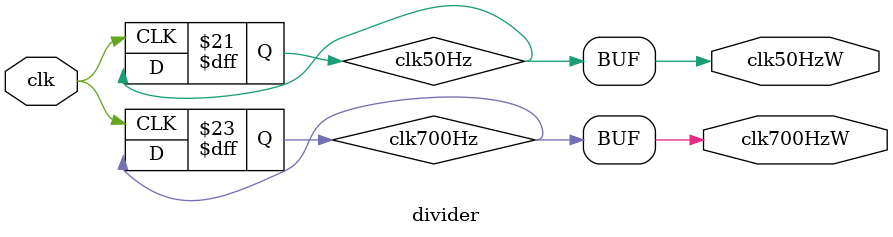
<source format=v>
`timescale 1ns / 1ps
module divider(clk, clk50HzW, clk700HzW
    );

input clk;
reg clk700Hz;
reg clk50Hz;
reg cntr50Hz;
reg cntr700Hz; 
output wire clk50HzW;
output wire clk700HzW;
assign clk700HzW = clk700Hz;
assign clk50HzW = clk50Hz;


always @ (posedge(clk))
begin
	if(cntr700Hz == 71000) begin
		cntr700Hz = 0;
		clk700Hz = ~clk700Hz;
	end
	else begin
		cntr700Hz = cntr700Hz + 1;
	end
end


always @ (posedge(clk))
begin
	if(cntr50Hz == 1000000) begin
		cntr50Hz = 0;
		clk50Hz = ~clk50Hz;
	end
	else begin
		cntr50Hz = cntr50Hz + 1;
	end
end


endmodule

</source>
